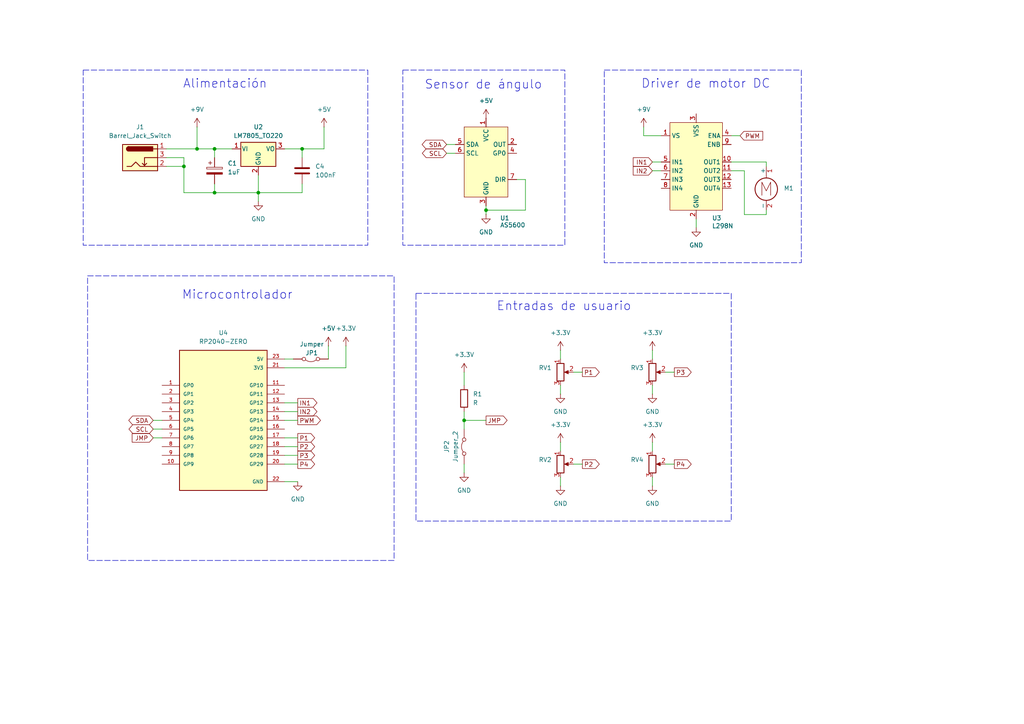
<source format=kicad_sch>
(kicad_sch (version 20250114) (generator "eeschema") (generator_version "9.0")
  (paper "A4")
  (title_block (title "DC Motor PID Control") (date "2025-04-18") (rev "2") (company "UTN FRA"))
  (lib_symbols
    (symbol "Connector:Barrel_Jack_Switch" (pin_names (hide yes))
      (property "Reference" "J" (at 0 5.334 0))
      (property "Value" "Barrel_Jack_Switch" (at 0 -5.08 0))
      (symbol "Barrel_Jack_Switch_0_1"
        (rectangle (start -5.08 3.81) (end 5.08 -3.81) (stroke (width 0.254)) (fill (type background)))
        (polyline (pts (xy -3.81 -2.54) (xy -2.54 -2.54) (xy -1.27 -1.27) (xy 0 -2.54) (xy 2.54 -2.54) (xy 5.08 -2.54)) (stroke (width 0.254)))
        (arc (start -3.302 1.905) (mid -3.9343 2.54) (end -3.302 3.175) (stroke (width 0.254)))
        (arc (start -3.302 1.905) (mid -3.9343 2.54) (end -3.302 3.175) (stroke (width 0.254)) (fill (type outline)))
        (polyline (pts (xy 1.27 -2.286) (xy 1.905 -1.651)) (stroke (width 0.254)))
        (rectangle (start 3.683 3.175) (end -3.302 1.905) (stroke (width 0.254)) (fill (type outline)))
        (polyline (pts (xy 5.08 2.54) (xy 3.81 2.54)) (stroke (width 0.254)))
        (polyline (pts (xy 5.08 0) (xy 1.27 0) (xy 1.27 -2.286) (xy 0.635 -1.651)) (stroke (width 0.254)))
      )
      (symbol "Barrel_Jack_Switch_1_1"
        (pin passive line (at 7.62 2.54 180) (length 2.54) (name "~") (number "1"))
        (pin passive line (at 7.62 0 180) (length 2.54) (name "~") (number "3"))
        (pin passive line (at 7.62 -2.54 180) (length 2.54) (name "~") (number "2"))
      )
    )
    (symbol "Device:C" (pin_numbers (hide yes)) (pin_names (offset 0.254))
      (property "Reference" "C" (at 0.635 2.54 0))
      (property "Value" "C" (at 0.635 -2.54 0))
      (symbol "C_0_1"
        (polyline (pts (xy -2.032 0.762) (xy 2.032 0.762)) (stroke (width 0.508)))
        (polyline (pts (xy -2.032 -0.762) (xy 2.032 -0.762)) (stroke (width 0.508)))
      )
      (symbol "C_1_1"
        (pin passive line (at 0 3.81 270) (length 2.794) (name "~") (number "1"))
        (pin passive line (at 0 -3.81 90) (length 2.794) (name "~") (number "2"))
      )
    )
    (symbol "Device:C_Polarized" (pin_numbers (hide yes)) (pin_names (offset 0.254))
      (property "Reference" "C" (at 0.635 2.54 0))
      (property "Value" "C_Polarized" (at 0.635 -2.54 0))
      (symbol "C_Polarized_0_1"
        (rectangle (start -2.286 0.508) (end 2.286 1.016))
        (polyline (pts (xy -1.778 2.286) (xy -0.762 2.286)))
        (polyline (pts (xy -1.27 2.794) (xy -1.27 1.778)))
        (rectangle (start 2.286 -0.508) (end -2.286 -1.016) (fill (type outline)))
      )
      (symbol "C_Polarized_1_1"
        (pin passive line (at 0 3.81 270) (length 2.794) (name "~") (number "1"))
        (pin passive line (at 0 -3.81 90) (length 2.794) (name "~") (number "2"))
      )
    )
    (symbol "Device:R" (pin_numbers (hide yes)) (pin_names (offset 0))
      (property "Reference" "R" (at 2.032 0 90))
      (property "Value" "R" (at 0 0 90))
      (symbol "R_0_1"
        (rectangle (start -1.016 -2.54) (end 1.016 2.54) (stroke (width 0.254)))
      )
      (symbol "R_1_1"
        (pin passive line (at 0 3.81 270) (length 1.27) (name "~") (number "1"))
        (pin passive line (at 0 -3.81 90) (length 1.27) (name "~") (number "2"))
      )
    )
    (symbol "Device:R_Potentiometer" (pin_names (offset 1.016) (hide yes))
      (property "Reference" "RV" (at -4.445 0 90))
      (property "Value" "R_Potentiometer" (at -2.54 0 90))
      (symbol "R_Potentiometer_0_1"
        (rectangle (start 1.016 2.54) (end -1.016 -2.54) (stroke (width 0.254)))
        (polyline (pts (xy 1.143 0) (xy 2.286 0.508) (xy 2.286 -0.508) (xy 1.143 0)) (fill (type outline)))
        (polyline (pts (xy 2.54 0) (xy 1.524 0)))
      )
      (symbol "R_Potentiometer_1_1"
        (pin passive line (at 0 3.81 270) (length 1.27) (name "1") (number "1"))
        (pin passive line (at 0 -3.81 90) (length 1.27) (name "3") (number "3"))
        (pin passive line (at 3.81 0 180) (length 1.27) (name "2") (number "2"))
      )
    )
    (symbol "Driver_Motor:L298_Board"
      (property "Reference" "U?" (at 4.572 -17.526 0))
      (symbol "L298_Board_1_1"
        (rectangle (start -7.62 11.43) (end 7.62 -13.97) (fill (type background)))
        (pin input line (at -10.16 7.62 0) (length 2.54) (name "VS") (number "1"))
        (pin input line (at -10.16 0 0) (length 2.54) (name "IN1") (number "5"))
        (pin input line (at -10.16 -2.54 0) (length 2.54) (name "IN2") (number "6"))
        (pin input line (at -10.16 -5.08 0) (length 2.54) (name "IN3") (number "7"))
        (pin input line (at -10.16 -7.62 0) (length 2.54) (name "IN4") (number "8"))
        (pin input line (at 0 13.97 270) (length 2.54) (name "VSS") (number "3"))
        (pin input line (at 0 -16.51 90) (length 2.54) (name "GND") (number "2"))
        (pin input line (at 10.16 7.62 180) (length 2.54) (name "ENA") (number "4"))
        (pin input line (at 10.16 5.08 180) (length 2.54) (name "ENB") (number "9"))
        (pin output line (at 10.16 0 180) (length 2.54) (name "OUT1") (number "10"))
        (pin output line (at 10.16 -2.54 180) (length 2.54) (name "OUT2") (number "11"))
        (pin output line (at 10.16 -5.08 180) (length 2.54) (name "OUT3") (number "12"))
        (pin output line (at 10.16 -7.62 180) (length 2.54) (name "OUT4") (number "13"))
      )
    )
    (symbol "Jumper:Jumper_2_Bridged" (pin_numbers (hide yes)) (pin_names (offset 0) (hide yes)) (exclude_from_sim yes)
      (property "Reference" "JP" (at 0 1.905 0))
      (property "Value" "Jumper_2_Bridged" (at 0 -2.54 0))
      (symbol "Jumper_2_Bridged_0_0"
        (circle (center -2.032 0) (radius 0.508))
        (circle (center 2.032 0) (radius 0.508))
      )
      (symbol "Jumper_2_Bridged_0_1"
        (arc (start -1.524 0.254) (mid 0 0.762) (end 1.524 0.254))
      )
      (symbol "Jumper_2_Bridged_1_1"
        (pin passive line (at -5.08 0 0) (length 2.54) (name "A") (number "1"))
        (pin passive line (at 5.08 0 180) (length 2.54) (name "B") (number "2"))
      )
    )
    (symbol "Motor:Motor_DC" (pin_names (offset 0))
      (property "Reference" "M" (at 2.54 2.54 0))
      (property "Value" "Motor_DC" (at 2.54 -5.08 0))
      (symbol "Motor_DC_0_0"
        (polyline (pts (xy -1.27 -3.302) (xy -1.27 0.508) (xy 0 -2.032) (xy 1.27 0.508) (xy 1.27 -3.302)))
      )
      (symbol "Motor_DC_0_1"
        (polyline (pts (xy 0 2.032) (xy 0 2.54)))
        (polyline (pts (xy 0 1.7272) (xy 0 2.0828)))
        (circle (center 0 -1.524) (radius 3.2512) (stroke (width 0.254)))
        (polyline (pts (xy 0 -4.7752) (xy 0 -5.1816)))
        (polyline (pts (xy 0 -7.62) (xy 0 -7.112)))
      )
      (symbol "Motor_DC_1_1"
        (pin passive line (at 0 5.08 270) (length 2.54) (name "+") (number "1"))
        (pin passive line (at 0 -7.62 90) (length 2.54) (name "-") (number "2"))
      )
    )
    (symbol "RP2040-ZERO:RP2040-ZERO" (pin_names (offset 1.016))
      (property "Reference" "U" (at -12.7 21.082 0))
      (property "Value" "RP2040-ZERO" (at -12.7 -22.86 0))
      (symbol "RP2040-ZERO_0_0"
        (rectangle (start -12.7 -20.32) (end 12.7 20.32) (stroke (width 0.254)) (fill (type background)))
        (pin bidirectional line (at -17.78 10.16 0) (length 5.08) (name "GP0") (number "1"))
        (pin bidirectional line (at -17.78 7.62 0) (length 5.08) (name "GP1") (number "2"))
        (pin bidirectional line (at -17.78 5.08 0) (length 5.08) (name "GP2") (number "3"))
        (pin bidirectional line (at -17.78 2.54 0) (length 5.08) (name "GP3") (number "4"))
        (pin bidirectional line (at -17.78 0 0) (length 5.08) (name "GP4") (number "5"))
        (pin bidirectional line (at -17.78 -2.54 0) (length 5.08) (name "GP5") (number "6"))
        (pin bidirectional line (at -17.78 -5.08 0) (length 5.08) (name "GP6") (number "7"))
        (pin bidirectional line (at -17.78 -7.62 0) (length 5.08) (name "GP7") (number "8"))
        (pin bidirectional line (at -17.78 -10.16 0) (length 5.08) (name "GP8") (number "9"))
        (pin bidirectional line (at -17.78 -12.7 0) (length 5.08) (name "GP9") (number "10"))
        (pin power_in line (at 17.78 17.78 180) (length 5.08) (name "5V") (number "23"))
        (pin power_in line (at 17.78 15.24 180) (length 5.08) (name "3V3") (number "21"))
        (pin bidirectional line (at 17.78 10.16 180) (length 5.08) (name "GP10") (number "11"))
        (pin bidirectional line (at 17.78 7.62 180) (length 5.08) (name "GP11") (number "12"))
        (pin bidirectional line (at 17.78 5.08 180) (length 5.08) (name "GP12") (number "13"))
        (pin bidirectional line (at 17.78 2.54 180) (length 5.08) (name "GP13") (number "14"))
        (pin bidirectional line (at 17.78 0 180) (length 5.08) (name "GP14") (number "15"))
        (pin bidirectional line (at 17.78 -2.54 180) (length 5.08) (name "GP15") (number "16"))
        (pin bidirectional line (at 17.78 -5.08 180) (length 5.08) (name "GP26") (number "17"))
        (pin bidirectional line (at 17.78 -7.62 180) (length 5.08) (name "GP27") (number "18"))
        (pin bidirectional line (at 17.78 -10.16 180) (length 5.08) (name "GP28") (number "19"))
        (pin bidirectional line (at 17.78 -12.7 180) (length 5.08) (name "GP29") (number "20"))
        (pin power_in line (at 17.78 -17.78 180) (length 5.08) (name "GND") (number "22"))
      )
    )
    (symbol "Regulator_Linear:LM7805_TO220" (pin_names (offset 0.254))
      (property "Reference" "U" (at -3.81 3.175 0))
      (property "Value" "LM7805_TO220" (at 0 3.175 0))
      (symbol "LM7805_TO220_0_1"
        (rectangle (start -5.08 1.905) (end 5.08 -5.08) (stroke (width 0.254)) (fill (type background)))
      )
      (symbol "LM7805_TO220_1_1"
        (pin power_in line (at -7.62 0 0) (length 2.54) (name "VI") (number "1"))
        (pin power_in line (at 0 -7.62 90) (length 2.54) (name "GND") (number "2"))
        (pin power_out line (at 7.62 0 180) (length 2.54) (name "VO") (number "3"))
      )
    )
    (symbol "Sensor:AS5600_Encoder_Board"
      (property "Reference" "U?" (at -3.302 13.97 0))
      (symbol "AS5600_Encoder_Board_1_1"
        (rectangle (start -6.35 10.16) (end 6.35 -10.16) (fill (type background)))
        (pin bidirectional line (at -8.89 5.08 0) (length 2.54) (name "SDA") (number "5"))
        (pin bidirectional line (at -8.89 2.54 0) (length 2.54) (name "SCL") (number "6"))
        (pin input line (at 0 12.7 270) (length 2.54) (name "VCC") (number "1"))
        (pin input line (at 0 -12.7 90) (length 2.54) (name "GND") (number "3"))
        (pin output line (at 8.89 5.08 180) (length 2.54) (name "OUT") (number "2"))
        (pin output line (at 8.89 2.54 180) (length 2.54) (name "GP0") (number "4"))
        (pin bidirectional line (at 8.89 -5.08 180) (length 2.54) (name "DIR") (number "7"))
      )
    )
    (symbol "power:+3.3V" (power) (pin_numbers (hide yes)) (pin_names (offset 0) (hide yes))
      (property "Value" "+3.3V" (at 0 3.556 0))
      (symbol "+3.3V_0_1"
        (polyline (pts (xy -0.762 1.27) (xy 0 2.54)))
        (polyline (pts (xy 0 2.54) (xy 0.762 1.27)))
        (polyline (pts (xy 0 0) (xy 0 2.54)))
      )
      (symbol "+3.3V_1_1"
        (pin power_in line (at 0 0 90) (length 0) (name "~") (number "1"))
      )
    )
    (symbol "power:+5V" (power) (pin_numbers (hide yes)) (pin_names (offset 0) (hide yes))
      (property "Value" "+5V" (at 0 3.556 0))
      (symbol "+5V_0_1"
        (polyline (pts (xy -0.762 1.27) (xy 0 2.54)))
        (polyline (pts (xy 0 2.54) (xy 0.762 1.27)))
        (polyline (pts (xy 0 0) (xy 0 2.54)))
      )
      (symbol "+5V_1_1"
        (pin power_in line (at 0 0 90) (length 0) (name "~") (number "1"))
      )
    )
    (symbol "power:+9V" (power) (pin_numbers (hide yes)) (pin_names (offset 0) (hide yes))
      (property "Value" "+9V" (at 0 3.556 0))
      (symbol "+9V_0_1"
        (polyline (pts (xy -0.762 1.27) (xy 0 2.54)))
        (polyline (pts (xy 0 2.54) (xy 0.762 1.27)))
        (polyline (pts (xy 0 0) (xy 0 2.54)))
      )
      (symbol "+9V_1_1"
        (pin power_in line (at 0 0 90) (length 0) (name "~") (number "1"))
      )
    )
    (symbol "power:GND" (power) (pin_numbers (hide yes)) (pin_names (offset 0) (hide yes))
      (property "Value" "GND" (at 0 -3.81 0))
      (symbol "GND_0_1"
        (polyline (pts (xy 0 0) (xy 0 -1.27) (xy 1.27 -1.27) (xy 0 -2.54) (xy -1.27 -1.27) (xy 0 -1.27)))
      )
      (symbol "GND_1_1"
        (pin power_in line (at 0 0 270) (length 0) (name "~") (number "1"))
      )
    )
  )
  (rectangle (start 120.65 85.09) (end 212.09 151.13) (stroke (width 0) (type dash)))
  (rectangle (start 24.13 20.32) (end 106.68 71.12) (stroke (width 0) (type dash)))
  (rectangle (start 175.26 20.32) (end 232.41 76.2) (stroke (width 0) (type dash)))
  (rectangle (start 116.84 20.32) (end 163.83 71.12) (stroke (width 0) (type dash)))
  (rectangle (start 25.4 80.01) (end 114.3 162.56) (stroke (width 0) (type dash)))
  (text "Driver de motor DC" (at 204.724 24.384 0) (effects (font (size 2.54 2.54))))
  (text "Entradas de usuario\n" (at 163.576 88.9 0) (effects (font (size 2.54 2.54))))
  (text "Microcontrolador\n" (at 68.834 85.598 0) (effects (font (size 2.54 2.54))))
  (text "Sensor de ángulo\n" (at 140.208 24.638 0) (effects (font (size 2.54 2.54))))
  (text "Alimentación" (at 65.278 24.384 0) (effects (font (size 2.54 2.54))))
  (junction (at 134.62 121.92))
  (junction (at 87.63 43.18))
  (junction (at 140.97 60.96))
  (junction (at 53.34 48.26))
  (junction (at 62.23 55.88))
  (junction (at 57.15 43.18))
  (junction (at 74.93 55.88))
  (junction (at 62.23 43.18))
  (wire (pts (xy 134.62 119.38) (xy 134.62 121.92)))
  (wire (pts (xy 222.25 46.99) (xy 222.25 48.26)))
  (wire (pts (xy 134.62 121.92) (xy 140.97 121.92)))
  (wire (pts (xy 222.25 62.23) (xy 222.25 60.96)))
  (wire (pts (xy 82.55 121.92) (xy 86.36 121.92)))
  (wire (pts (xy 134.62 107.95) (xy 134.62 111.76)))
  (wire (pts (xy 44.45 121.92) (xy 46.99 121.92)))
  (wire (pts (xy 82.55 119.38) (xy 86.36 119.38)))
  (wire (pts (xy 140.97 60.96) (xy 140.97 62.23)))
  (wire (pts (xy 82.55 139.7) (xy 86.36 139.7)))
  (wire (pts (xy 189.23 46.99) (xy 191.77 46.99)))
  (wire (pts (xy 57.15 43.18) (xy 62.23 43.18)))
  (wire (pts (xy 134.62 121.92) (xy 134.62 124.46)))
  (wire (pts (xy 189.23 111.76) (xy 189.23 114.3)))
  (wire (pts (xy 162.56 111.76) (xy 162.56 114.3)))
  (wire (pts (xy 93.98 43.18) (xy 93.98 36.83)))
  (wire (pts (xy 193.04 134.62) (xy 195.58 134.62)))
  (wire (pts (xy 193.04 107.95) (xy 195.58 107.95)))
  (wire (pts (xy 215.9 62.23) (xy 215.9 49.53)))
  (wire (pts (xy 53.34 48.26) (xy 53.34 55.88)))
  (wire (pts (xy 134.62 134.62) (xy 134.62 137.16)))
  (wire (pts (xy 152.4 52.07) (xy 152.4 60.96)))
  (wire (pts (xy 48.26 48.26) (xy 53.34 48.26)))
  (wire (pts (xy 186.69 39.37) (xy 191.77 39.37)))
  (wire (pts (xy 53.34 55.88) (xy 62.23 55.88)))
  (wire (pts (xy 201.93 63.5) (xy 201.93 66.04)))
  (wire (pts (xy 48.26 43.18) (xy 57.15 43.18)))
  (wire (pts (xy 62.23 55.88) (xy 62.23 53.34)))
  (wire (pts (xy 44.45 124.46) (xy 46.99 124.46)))
  (wire (pts (xy 87.63 55.88) (xy 74.93 55.88)))
  (wire (pts (xy 186.69 36.83) (xy 186.69 39.37)))
  (wire (pts (xy 82.55 132.08) (xy 86.36 132.08)))
  (wire (pts (xy 62.23 43.18) (xy 62.23 45.72)))
  (wire (pts (xy 166.37 134.62) (xy 168.91 134.62)))
  (wire (pts (xy 57.15 43.18) (xy 57.15 36.83)))
  (wire (pts (xy 48.26 45.72) (xy 53.34 45.72)))
  (wire (pts (xy 44.45 127) (xy 46.99 127)))
  (wire (pts (xy 87.63 53.34) (xy 87.63 55.88)))
  (wire (pts (xy 74.93 55.88) (xy 74.93 58.42)))
  (wire (pts (xy 162.56 138.43) (xy 162.56 140.97)))
  (wire (pts (xy 212.09 39.37) (xy 214.63 39.37)))
  (wire (pts (xy 212.09 46.99) (xy 222.25 46.99)))
  (wire (pts (xy 87.63 43.18) (xy 87.63 45.72)))
  (wire (pts (xy 189.23 138.43) (xy 189.23 140.97)))
  (wire (pts (xy 53.34 45.72) (xy 53.34 48.26)))
  (wire (pts (xy 82.55 104.14) (xy 85.09 104.14)))
  (wire (pts (xy 162.56 128.27) (xy 162.56 130.81)))
  (wire (pts (xy 149.86 52.07) (xy 152.4 52.07)))
  (wire (pts (xy 129.54 44.45) (xy 132.08 44.45)))
  (wire (pts (xy 215.9 49.53) (xy 212.09 49.53)))
  (wire (pts (xy 82.55 129.54) (xy 86.36 129.54)))
  (wire (pts (xy 74.93 55.88) (xy 62.23 55.88)))
  (wire (pts (xy 82.55 134.62) (xy 86.36 134.62)))
  (wire (pts (xy 82.55 127) (xy 86.36 127)))
  (wire (pts (xy 74.93 50.8) (xy 74.93 55.88)))
  (wire (pts (xy 62.23 43.18) (xy 67.31 43.18)))
  (wire (pts (xy 222.25 62.23) (xy 215.9 62.23)))
  (wire (pts (xy 189.23 101.6) (xy 189.23 104.14)))
  (wire (pts (xy 129.54 41.91) (xy 132.08 41.91)))
  (wire (pts (xy 166.37 107.95) (xy 168.91 107.95)))
  (wire (pts (xy 152.4 60.96) (xy 140.97 60.96)))
  (wire (pts (xy 189.23 49.53) (xy 191.77 49.53)))
  (wire (pts (xy 100.33 100.33) (xy 100.33 106.68)))
  (wire (pts (xy 189.23 128.27) (xy 189.23 130.81)))
  (wire (pts (xy 82.55 116.84) (xy 86.36 116.84)))
  (wire (pts (xy 82.55 43.18) (xy 87.63 43.18)))
  (wire (pts (xy 162.56 101.6) (xy 162.56 104.14)))
  (wire (pts (xy 82.55 106.68) (xy 100.33 106.68)))
  (wire (pts (xy 87.63 43.18) (xy 93.98 43.18)))
  (wire (pts (xy 95.25 100.33) (xy 95.25 104.14)))
  (wire (pts (xy 140.97 59.69) (xy 140.97 60.96)))
  (global_label "JMP" (shape output) (at 140.97 121.92 0) (property "Intersheetrefs" "${INTERSHEET_REFS}" (effects (hide yes))))
  (global_label "SDA" (shape bidirectional) (at 44.45 121.92 180) (property "Intersheetrefs" "${INTERSHEET_REFS}" (effects (hide yes))))
  (global_label "JMP" (shape input) (at 44.45 127 180) (property "Intersheetrefs" "${INTERSHEET_REFS}" (effects (hide yes))))
  (global_label "PWM" (shape output) (at 86.36 121.92 0) (property "Intersheetrefs" "${INTERSHEET_REFS}" (effects (hide yes))))
  (global_label "SCL" (shape bidirectional) (at 44.45 124.46 180) (property "Intersheetrefs" "${INTERSHEET_REFS}" (effects (hide yes))))
  (global_label "P2" (shape output) (at 168.91 134.62 0) (property "Intersheetrefs" "${INTERSHEET_REFS}" (effects (hide yes))))
  (global_label "IN2" (shape input) (at 189.23 49.53 180) (property "Intersheetrefs" "${INTERSHEET_REFS}" (effects (hide yes))))
  (global_label "IN2" (shape output) (at 86.36 119.38 0) (property "Intersheetrefs" "${INTERSHEET_REFS}" (effects (hide yes))))
  (global_label "P4" (shape output) (at 86.36 134.62 0) (property "Intersheetrefs" "${INTERSHEET_REFS}" (effects (hide yes))))
  (global_label "P3" (shape output) (at 86.36 132.08 0) (property "Intersheetrefs" "${INTERSHEET_REFS}" (effects (hide yes))))
  (global_label "IN1" (shape output) (at 86.36 116.84 0) (property "Intersheetrefs" "${INTERSHEET_REFS}" (effects (hide yes))))
  (global_label "P1" (shape output) (at 168.91 107.95 0) (property "Intersheetrefs" "${INTERSHEET_REFS}" (effects (hide yes))))
  (global_label "P4" (shape output) (at 195.58 134.62 0) (property "Intersheetrefs" "${INTERSHEET_REFS}" (effects (hide yes))))
  (global_label "IN1" (shape input) (at 189.23 46.99 180) (property "Intersheetrefs" "${INTERSHEET_REFS}" (effects (hide yes))))
  (global_label "PWM" (shape input) (at 214.63 39.37 0) (property "Intersheetrefs" "${INTERSHEET_REFS}" (effects (hide yes))))
  (global_label "P2" (shape output) (at 86.36 129.54 0) (property "Intersheetrefs" "${INTERSHEET_REFS}" (effects (hide yes))))
  (global_label "SDA" (shape bidirectional) (at 129.54 41.91 180) (property "Intersheetrefs" "${INTERSHEET_REFS}" (effects (hide yes))))
  (global_label "P1" (shape output) (at 86.36 127 0) (property "Intersheetrefs" "${INTERSHEET_REFS}" (effects (hide yes))))
  (global_label "P3" (shape output) (at 195.58 107.95 0) (property "Intersheetrefs" "${INTERSHEET_REFS}" (effects (hide yes))))
  (global_label "SCL" (shape bidirectional) (at 129.54 44.45 180) (property "Intersheetrefs" "${INTERSHEET_REFS}" (effects (hide yes))))
  (symbol (lib_id "Device:R_Potentiometer") (at 189.23 107.95 0) (unit 1)
    (property "Reference" "RV3" (at 186.69 106.6799 0) (effects (justify right)))
    (property "Value" "R_Potentiometer" (effects (hide yes)))
    (property "Footprint" "Potentiometer_THT:Potentiometer_Alps_RK163_Single_Horizontal" (effects (hide yes)))
    (property "Description" "Potentiometer" (effects (hide yes)))
  )
  (symbol (lib_id "power:GND") (at 162.56 140.97 0) (unit 1)
    (property "Reference" "#PWR017" (effects (hide yes)))
    (property "Value" "GND" (at 162.56 146.05 0))
    (property "Description" "Power symbol creates a global label with name \"GND\" , ground" (effects (hide yes)))
  )
  (symbol (lib_id "power:GND") (at 134.62 137.16 0) (unit 1)
    (property "Reference" "#PWR012" (effects (hide yes)))
    (property "Value" "GND" (at 134.62 142.24 0))
    (property "Description" "Power symbol creates a global label with name \"GND\" , ground" (effects (hide yes)))
  )
  (symbol (lib_id "power:+3.3V") (at 189.23 101.6 0) (unit 1)
    (property "Reference" "#PWR018" (effects (hide yes)))
    (property "Value" "+3.3V" (at 189.23 96.52 0))
    (property "Description" "Power symbol creates a global label with name \"+3.3V\"" (effects (hide yes)))
  )
  (symbol (lib_id "Jumper:Jumper_2_Bridged") (at 90.17 104.14 180) (unit 1)
    (property "Reference" "JP1" (at 90.424 102.362 0))
    (property "Value" "Jumper" (at 90.424 99.822 0))
    (property "Footprint" "TestPoint:TestPoint_2Pads_Pitch2.54mm_Drill0.8mm" (effects (hide yes)))
    (property "Description" "Jumper, 2-pole, closed/bridged" (effects (hide yes)))
  )
  (symbol (lib_id "Motor:Motor_DC") (at 222.25 53.34 0) (unit 1)
    (property "Reference" "M1" (at 227.33 54.6099 0) (effects (justify left)))
    (property "Value" "Motor_DC" (effects (hide yes)))
    (property "Description" "DC Motor" (effects (hide yes)))
  )
  (symbol (lib_id "power:+3.3V") (at 134.62 107.95 0) (unit 1)
    (property "Reference" "#PWR011" (effects (hide yes)))
    (property "Value" "+3.3V" (at 134.62 102.87 0))
    (property "Description" "Power symbol creates a global label with name \"+3.3V\"" (effects (hide yes)))
  )
  (symbol (lib_id "Driver_Motor:L298_Board") (at 201.93 46.99 0) (unit 1)
    (property "Reference" "U3" (at 206.502 63.246 0) (effects (justify left)))
    (property "Value" "L298N" (at 206.502 65.532 0) (effects (justify left)))
    (property "Footprint" "Connector_PinHeader_2.54mm:PinHeader_2x07_P2.54mm_Vertical" (effects (hide yes)))
  )
  (symbol (lib_id "Sensor:AS5600_Encoder_Board") (at 140.97 46.99 0) (unit 1)
    (property "Reference" "U1" (at 145.034 63.246 0) (effects (justify left)))
    (property "Value" "AS5600" (at 145.034 65.278 0) (effects (justify left)))
    (property "Footprint" "Connector_PinHeader_2.54mm:PinHeader_1x07_P2.54mm_Vertical" (effects (hide yes)))
  )
  (symbol (lib_id "Regulator_Linear:LM7805_TO220") (at 74.93 43.18 0) (unit 1)
    (property "Reference" "U2" (at 74.93 36.83 0))
    (property "Value" "LM7805_TO220" (at 74.93 39.37 0))
    (property "Footprint" "Package_TO_SOT_THT:TO-220-3_Vertical" (effects (hide yes)))
    (property "Datasheet" "https://www.onsemi.cn/PowerSolutions/document/MC7800-D.PDF" (effects (hide yes)))
    (property "Description" "Positive 1A 35V Linear Regulator, Fixed Output 5V, TO-220" (effects (hide yes)))
  )
  (symbol (lib_id "power:GND") (at 140.97 62.23 0) (unit 1)
    (property "Reference" "#PWR07" (effects (hide yes)))
    (property "Value" "GND" (at 140.97 67.31 0))
    (property "Description" "Power symbol creates a global label with name \"GND\" , ground" (effects (hide yes)))
  )
  (symbol (lib_id "power:+5V") (at 93.98 36.83 0) (unit 1)
    (property "Reference" "#PWR02" (effects (hide yes)))
    (property "Value" "+5V" (at 93.98 31.75 0))
    (property "Description" "Power symbol creates a global label with name \"+5V\"" (effects (hide yes)))
  )
  (symbol (lib_id "power:GND") (at 189.23 140.97 0) (unit 1)
    (property "Reference" "#PWR021" (effects (hide yes)))
    (property "Value" "GND" (at 189.23 146.05 0))
    (property "Description" "Power symbol creates a global label with name \"GND\" , ground" (effects (hide yes)))
  )
  (symbol (lib_id "RP2040-ZERO:RP2040-ZERO") (at 64.77 121.92 0) (unit 1)
    (property "Reference" "U4" (at 64.77 96.52 0))
    (property "Value" "RP2040-ZERO" (at 64.77 99.06 0))
    (property "Footprint" "RP2040-Zero:rp2040-zero-tht" (effects (hide yes)))
    (property "MF" "Waveshare Electronics" (effects (hide yes)))
    (property "MAXIMUM_PACKAGE_HEIGHT" "5.35mm" (effects (hide yes)))
    (property "Package" "Package" (effects (hide yes)))
    (property "Price" "None" (effects (hide yes)))
    (property "Check_prices" "https://www.snapeda.com/parts/RP2040-ZERO/Waveshare+Electronics/view-part/?ref=eda" (effects (hide yes)))
    (property "STANDARD" "Manufacturer Recommendations" (effects (hide yes)))
    (property "PARTREV" "NA" (effects (hide yes)))
    (property "SnapEDA_Link" "https://www.snapeda.com/parts/RP2040-ZERO/Waveshare+Electronics/view-part/?ref=snap" (effects (hide yes)))
    (property "MP" "RP2040-ZERO" (effects (hide yes)))
    (property "Description_1" "Low-Cost, High-Performance Pico-Like MCU Board Based On Raspberry Pi Microcontroller RP2040" (effects (hide yes)))
    (property "Availability" "Not in stock" (effects (hide yes)))
    (property "MANUFACTURER" "Waveshare" (effects (hide yes)))
  )
  (symbol (lib_id "power:+3.3V") (at 189.23 128.27 0) (unit 1)
    (property "Reference" "#PWR020" (effects (hide yes)))
    (property "Value" "+3.3V" (at 189.23 123.19 0))
    (property "Description" "Power symbol creates a global label with name \"+3.3V\"" (effects (hide yes)))
  )
  (symbol (lib_id "Device:R") (at 134.62 115.57 0) (unit 1)
    (property "Reference" "R1" (at 137.16 114.2999 0) (effects (justify left)))
    (property "Value" "R" (at 137.16 116.8399 0) (effects (justify left)))
    (property "Footprint" "Resistor_THT:R_Axial_DIN0207_L6.3mm_D2.5mm_P10.16mm_Horizontal" (effects (hide yes)))
    (property "Description" "Resistor" (effects (hide yes)))
  )
  (symbol (lib_id "Device:C_Polarized") (at 62.23 49.53 0) (unit 1)
    (property "Reference" "C1" (at 66.04 47.3709 0) (effects (justify left)))
    (property "Value" "1uF" (at 66.04 49.9109 0) (effects (justify left)))
    (property "Footprint" "Capacitor_THT:CP_Radial_D5.0mm_P2.50mm" (effects (hide yes)))
    (property "Description" "Polarized capacitor" (effects (hide yes)))
  )
  (symbol (lib_id "power:+5V") (at 95.25 100.33 0) (unit 1)
    (property "Reference" "#PWR04" (effects (hide yes)))
    (property "Value" "+5V" (at 95.25 95.25 0))
    (property "Description" "Power symbol creates a global label with name \"+5V\"" (effects (hide yes)))
  )
  (symbol (lib_id "Device:R_Potentiometer") (at 189.23 134.62 0) (unit 1)
    (property "Reference" "RV4" (at 186.69 133.3499 0) (effects (justify right)))
    (property "Value" "R_Potentiometer" (effects (hide yes)))
    (property "Footprint" "Potentiometer_THT:Potentiometer_Alps_RK163_Single_Horizontal" (effects (hide yes)))
    (property "Description" "Potentiometer" (effects (hide yes)))
  )
  (symbol (lib_id "Jumper:Jumper_2_Bridged") (at 134.62 129.54 90) (unit 1)
    (property "Reference" "JP2" (at 129.54 129.54 0))
    (property "Value" "Jumper_2" (at 132.08 129.54 0))
    (property "Footprint" "TestPoint:TestPoint_2Pads_Pitch2.54mm_Drill0.8mm" (effects (hide yes)))
    (property "Description" "Jumper, 2-pole, closed/bridged" (effects (hide yes)))
  )
  (symbol (lib_id "power:+3.3V") (at 162.56 101.6 0) (unit 1)
    (property "Reference" "#PWR014" (effects (hide yes)))
    (property "Value" "+3.3V" (at 162.56 96.52 0))
    (property "Description" "Power symbol creates a global label with name \"+3.3V\"" (effects (hide yes)))
  )
  (symbol (lib_id "Device:R_Potentiometer") (at 162.56 107.95 0) (unit 1)
    (property "Reference" "RV1" (at 160.02 106.6799 0) (effects (justify right)))
    (property "Value" "R_Potentiometer" (effects (hide yes)))
    (property "Footprint" "Potentiometer_THT:Potentiometer_Alps_RK163_Single_Horizontal" (effects (hide yes)))
    (property "Description" "Potentiometer" (effects (hide yes)))
  )
  (symbol (lib_id "power:+3.3V") (at 162.56 128.27 0) (unit 1)
    (property "Reference" "#PWR016" (effects (hide yes)))
    (property "Value" "+3.3V" (at 162.56 123.19 0))
    (property "Description" "Power symbol creates a global label with name \"+3.3V\"" (effects (hide yes)))
  )
  (symbol (lib_id "power:+9V") (at 186.69 36.83 0) (unit 1)
    (property "Reference" "#PWR08" (effects (hide yes)))
    (property "Value" "+9V" (at 186.69 31.75 0))
    (property "Description" "Power symbol creates a global label with name \"+9V\"" (effects (hide yes)))
  )
  (symbol (lib_id "Device:C") (at 87.63 49.53 0) (unit 1)
    (property "Reference" "C4" (at 91.44 48.2599 0) (effects (justify left)))
    (property "Value" "100nF" (at 91.44 50.7999 0) (effects (justify left)))
    (property "Footprint" "Capacitor_THT:C_Disc_D5.0mm_W2.5mm_P5.00mm" (effects (hide yes)))
    (property "Description" "Unpolarized capacitor" (effects (hide yes)))
  )
  (symbol (lib_id "power:GND") (at 74.93 58.42 0) (unit 1)
    (property "Reference" "#PWR03" (effects (hide yes)))
    (property "Value" "GND" (at 74.93 63.5 0))
    (property "Description" "Power symbol creates a global label with name \"GND\" , ground" (effects (hide yes)))
  )
  (symbol (lib_id "Connector:Barrel_Jack_Switch") (at 40.64 45.72 0) (unit 1)
    (property "Reference" "J1" (at 40.64 36.83 0))
    (property "Value" "Barrel_Jack_Switch" (at 40.64 39.37 0))
    (property "Footprint" "Connector_BarrelJack:BarrelJack_Horizontal" (effects (hide yes)))
    (property "Description" "DC Barrel Jack with an internal switch" (effects (hide yes)))
  )
  (symbol (lib_id "power:GND") (at 201.93 66.04 0) (unit 1)
    (property "Reference" "#PWR010" (effects (hide yes)))
    (property "Value" "GND" (at 201.93 71.12 0))
    (property "Description" "Power symbol creates a global label with name \"GND\" , ground" (effects (hide yes)))
  )
  (symbol (lib_id "power:+3.3V") (at 100.33 100.33 0) (unit 1)
    (property "Reference" "#PWR013" (effects (hide yes)))
    (property "Value" "+3.3V" (at 100.33 95.25 0))
    (property "Description" "Power symbol creates a global label with name \"+3.3V\"" (effects (hide yes)))
  )
  (symbol (lib_id "power:GND") (at 189.23 114.3 0) (unit 1)
    (property "Reference" "#PWR019" (effects (hide yes)))
    (property "Value" "GND" (at 189.23 119.38 0))
    (property "Description" "Power symbol creates a global label with name \"GND\" , ground" (effects (hide yes)))
  )
  (symbol (lib_id "power:+9V") (at 57.15 36.83 0) (unit 1)
    (property "Reference" "#PWR01" (effects (hide yes)))
    (property "Value" "+9V" (at 57.15 31.75 0))
    (property "Description" "Power symbol creates a global label with name \"+9V\"" (effects (hide yes)))
  )
  (symbol (lib_id "power:+5V") (at 140.97 34.29 0) (unit 1)
    (property "Reference" "#PWR06" (effects (hide yes)))
    (property "Value" "+5V" (at 140.97 29.21 0))
    (property "Description" "Power symbol creates a global label with name \"+5V\"" (effects (hide yes)))
  )
  (symbol (lib_id "power:GND") (at 86.36 139.7 0) (unit 1)
    (property "Reference" "#PWR09" (effects (hide yes)))
    (property "Value" "GND" (at 86.36 144.78 0))
    (property "Description" "Power symbol creates a global label with name \"GND\" , ground" (effects (hide yes)))
  )
  (symbol (lib_id "power:GND") (at 162.56 114.3 0) (unit 1)
    (property "Reference" "#PWR015" (effects (hide yes)))
    (property "Value" "GND" (at 162.56 119.38 0))
    (property "Description" "Power symbol creates a global label with name \"GND\" , ground" (effects (hide yes)))
  )
  (symbol (lib_id "Device:R_Potentiometer") (at 162.56 134.62 0) (unit 1)
    (property "Reference" "RV2" (at 160.02 133.3499 0) (effects (justify right)))
    (property "Value" "R_Potentiometer" (effects (hide yes)))
    (property "Footprint" "Potentiometer_THT:Potentiometer_Alps_RK163_Single_Horizontal" (effects (hide yes)))
    (property "Description" "Potentiometer" (effects (hide yes)))
  )
)
</source>
